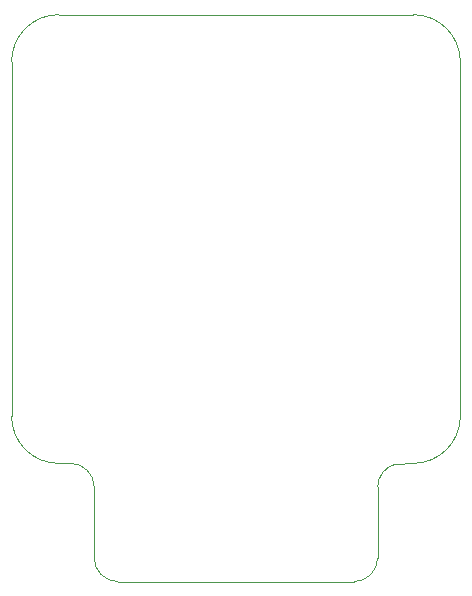
<source format=gbr>
%TF.GenerationSoftware,KiCad,Pcbnew,9.0.4*%
%TF.CreationDate,2025-09-29T17:30:01-04:00*%
%TF.ProjectId,power-board,706f7765-722d-4626-9f61-72642e6b6963,rev?*%
%TF.SameCoordinates,Original*%
%TF.FileFunction,Profile,NP*%
%FSLAX46Y46*%
G04 Gerber Fmt 4.6, Leading zero omitted, Abs format (unit mm)*
G04 Created by KiCad (PCBNEW 9.0.4) date 2025-09-29 17:30:01*
%MOMM*%
%LPD*%
G01*
G04 APERTURE LIST*
%TA.AperFunction,Profile*%
%ADD10C,0.050000*%
%TD*%
G04 APERTURE END LIST*
D10*
X104000000Y-80000000D02*
G75*
G02*
X100000000Y-84000000I-4000000J0D01*
G01*
X71000000Y-84000000D02*
X70000000Y-84000000D01*
X70000000Y-84000000D02*
G75*
G02*
X66000000Y-80000000I0J4000000D01*
G01*
X104000000Y-50000000D02*
X104000000Y-80000000D01*
X66000000Y-50000000D02*
G75*
G02*
X70000000Y-46000000I4000000J0D01*
G01*
X73000000Y-86000000D02*
X73000000Y-92000000D01*
X66000000Y-80000000D02*
X66000000Y-78000000D01*
X75000000Y-94000000D02*
G75*
G02*
X73000000Y-92000000I0J2000000D01*
G01*
X97000000Y-92000000D02*
G75*
G02*
X95000000Y-94000000I-2000000J0D01*
G01*
X66000000Y-78000000D02*
X66000000Y-50000000D01*
X97000000Y-86000000D02*
G75*
G02*
X98514929Y-84059715I2000000J0D01*
G01*
X100000000Y-84000000D02*
X98514929Y-84059715D01*
X70000000Y-46000000D02*
X100000000Y-46000000D01*
X100000000Y-46000000D02*
G75*
G02*
X104000000Y-50000000I0J-4000000D01*
G01*
X97000000Y-92000000D02*
X97000000Y-86000000D01*
X75000000Y-94000000D02*
X95000000Y-94000000D01*
X71000000Y-84000000D02*
G75*
G02*
X73000000Y-86000000I0J-2000000D01*
G01*
M02*

</source>
